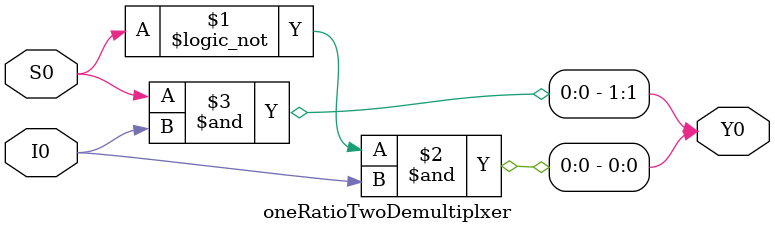
<source format=v>
module oneRatioFourDemultiplxer(S, I, Y);
  input[1:0] S;
  input I;
  output [3:0]Y;
  wire[1:0] t1;
  oneRatioTwoDemultiplxer M1(S[1], I, t1);
  oneRatioTwoDemultiplxer M2(S[0], t1[0], Y[1:0]);
  oneRatioTwoDemultiplxer M3(S[0], t1[1], Y[3:2]);
endmodule

module oneRatioTwoDemultiplxer(S0, I0, Y0);
  input S0, I0;
  output[1:0] Y0;
  
  and A1(Y0[0],!S0,I0);
  and A1(Y0[1],S0,I0);
endmodule
</source>
